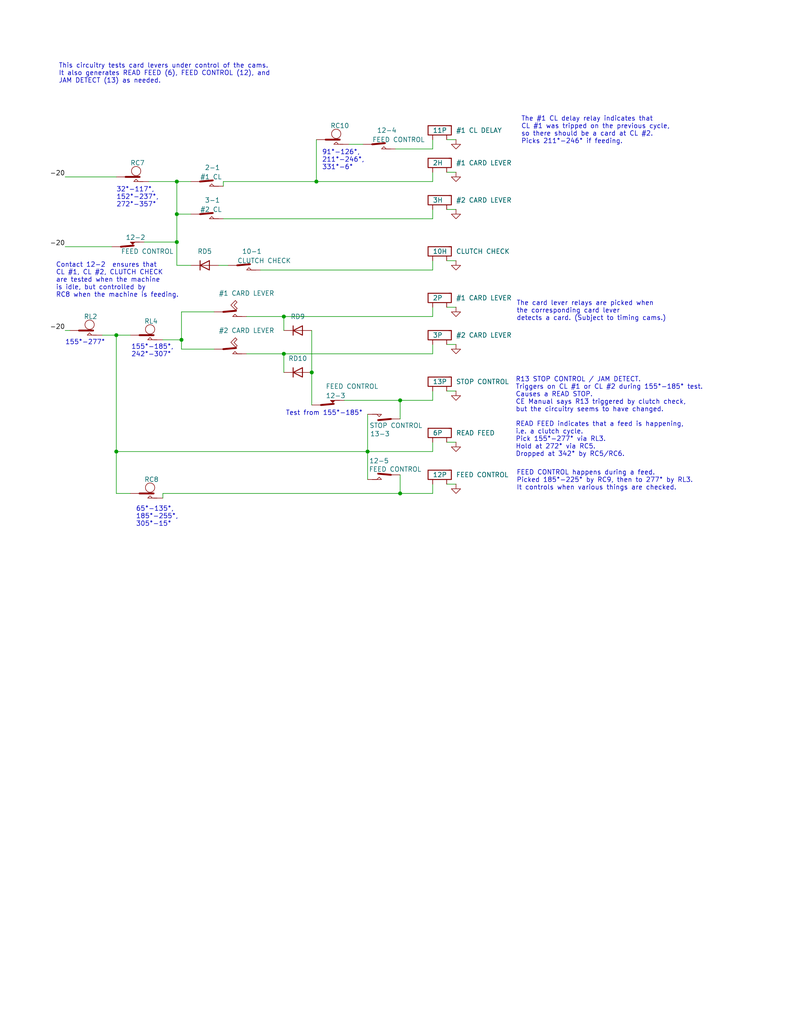
<source format=kicad_sch>
(kicad_sch (version 20231120) (generator "eeschema") (generator_version "8.0")
  (paper "USLetter" portrait)
  (title_block (title "IBM 1401 Card Levers, Feed, Stop") (date "2024-02-26") (rev "0.1") (comment 1 "Ken Shirriff"))
  (lib_symbols
    (symbol "Diode:1N4148W" (pin_numbers hide) (pin_names hide)
      (property "Reference" "D" (at 0 2.54 0))
      (property "Value" "1N4148W" (at 0 -2.54 0))
      (symbol "1N4148W_0_1"
        (polyline (pts (xy -1.27 1.27) (xy -1.27 -1.27)) (stroke (width 0.254)))
        (polyline (pts (xy 1.27 0) (xy -1.27 0)))
        (polyline (pts (xy 1.27 1.27) (xy 1.27 -1.27) (xy -1.27 0) (xy 1.27 1.27)) (stroke (width 0.254)))
      )
      (symbol "1N4148W_1_1"
        (pin passive line (at -3.81 0 0) (length 2.54) (name "K") (number "1"))
        (pin passive line (at 3.81 0 180) (length 2.54) (name "A") (number "2"))
      )
    )
    (symbol "ibm:GND" (power) (pin_names (offset 0))
      (symbol "GND_0_1"
        (polyline (pts (xy 0 0) (xy 0 -1.27) (xy 1.27 -1.27) (xy 0 -2.54) (xy -1.27 -1.27) (xy 0 -1.27)))
      )
      (symbol "GND_1_1"
        (pin passive line (at 0 0 0) (length 0) (name "") (number ""))
      )
    )
    (symbol "ibm:cam" (pin_numbers hide) (pin_names (offset 0) hide)
      (symbol "cam_0_0"
        (polyline (pts (xy 8.5632 -1.2675) (xy 6.0232 -1.2675) (xy 6.6582 -0.6325) (xy 7.2932 -1.2675)))
      )
      (symbol "cam_0_1"
        (polyline (pts (xy 3.81 0) (xy 7.62 0)) (stroke (width 0.508)))
        (circle (center 6.6753 1.5881) (radius 1.27))
      )
      (symbol "cam_1_1"
        (pin passive line (at 1.27 0 0) (length 2.54) (name "~") (number "1"))
        (pin passive line (at 10.16 -1.27 180) (length 2.54) (name "~") (number "3"))
      )
    )
    (symbol "ibm:card lever" (pin_numbers hide) (pin_names (offset 0) hide)
      (symbol "card lever_0_0"
        (polyline (pts (xy 8.89 -1.27) (xy 6.35 -1.27) (xy 6.985 -0.635) (xy 7.62 -1.27)))
      )
      (symbol "card lever_0_1"
        (polyline (pts (xy 3.81 0) (xy 7.2603 0.3121)) (stroke (width 0.508)))
        (polyline (pts (xy 7.1338 0.5789) (xy 5.8638 1.8489) (xy 7.095 3.1065) (xy 7.544 2.6423) (xy 6.7208 1.8081) (xy 7.6014 0.9274) (xy 7.1713 0.5564)))
      )
      (symbol "card lever_1_1"
        (pin passive line (at 1.27 0 0) (length 2.54) (name "~") (number "1"))
        (pin passive line (at 10.16 -1.27 180) (length 2.54) (name "~") (number "3"))
      )
    )
    (symbol "ibm:relay-NC" (pin_numbers hide) (pin_names (offset 0) hide)
      (symbol "relay-NC_0_0"
        (polyline (pts (xy 8.89 1.27) (xy 6.35 1.27) (xy 6.985 0.635) (xy 7.62 1.27)) (fill (type outline)))
      )
      (symbol "relay-NC_0_1"
        (polyline (pts (xy 3.81 0) (xy 7.2603 0.3121)) (stroke (width 0.508)))
      )
      (symbol "relay-NC_1_1"
        (pin passive line (at 1.27 0 0) (length 2.54) (name "~") (number "1"))
        (pin passive line (at 10.16 1.27 180) (length 2.54) (name "~") (number "2"))
      )
    )
    (symbol "ibm:relay-NO" (pin_numbers hide) (pin_names (offset 0) hide)
      (symbol "relay-NO_0_0"
        (polyline (pts (xy 8.89 -1.27) (xy 6.35 -1.27) (xy 6.985 -0.635) (xy 7.62 -1.27)))
      )
      (symbol "relay-NO_0_1"
        (polyline (pts (xy 3.81 0) (xy 7.2603 0.3121)) (stroke (width 0.508)))
      )
      (symbol "relay-NO_1_1"
        (pin passive line (at 1.27 0 0) (length 2.54) (name "~") (number "1"))
        (pin passive line (at 10.16 -1.27 180) (length 2.54) (name "~") (number "3"))
      )
    )
    (symbol "ibm:relay-coil" (pin_numbers hide) (pin_names (offset 0) hide)
      (property "Reference" "R" (at -2.54 5.08 0))
      (property "Value" "relay-coil" (at -2.54 2.54 0))
      (symbol "relay-coil_0_1"
        (rectangle (start -3.81 1.27) (end 2.54 -1.27) (stroke (width 0.254)))
        (polyline (pts (xy 1.905 1.27) (xy 2.54 1.27)) (stroke (width 0.254)))
      )
      (symbol "relay-coil_1_1"
        (pin passive line (at -2.54 -2.54 90) (length 1.27) (name "~") (number "1"))
        (pin passive line (at 1.27 -2.54 90) (length 1.27) (name "~") (number "2"))
      )
    )
  )
  (junction (at 77.47 86.36))
  (junction (at 109.22 109.22))
  (junction (at 100.33 123.19))
  (junction (at 31.75 91.44))
  (junction (at 85.09 101.6))
  (junction (at 109.22 134.62))
  (junction (at 86.36 49.53))
  (junction (at 48.26 58.42))
  (junction (at 77.47 96.52))
  (junction (at 31.75 123.19))
  (junction (at 48.26 49.53))
  (junction (at 49.53 92.71))
  (junction (at 48.26 66.04))
  (wire (pts (xy 67.31 86.36) (xy 77.47 86.36)))
  (wire (pts (xy 77.47 96.52) (xy 118.11 96.52)))
  (wire (pts (xy 107.95 40.64) (xy 118.11 40.64)))
  (wire (pts (xy 121.92 132.08) (xy 124.46 132.08)))
  (wire (pts (xy 121.92 83.82) (xy 124.46 83.82)))
  (wire (pts (xy 86.36 49.53) (xy 86.36 38.1)))
  (wire (pts (xy 118.11 38.1) (xy 118.11 40.64)))
  (wire (pts (xy 118.11 57.15) (xy 118.11 59.69)))
  (wire (pts (xy 121.92 46.99) (xy 124.46 46.99)))
  (wire (pts (xy 48.26 66.04) (xy 48.26 72.39)))
  (wire (pts (xy 93.98 109.22) (xy 109.22 109.22)))
  (wire (pts (xy 121.92 93.98) (xy 124.46 93.98)))
  (wire (pts (xy 109.22 114.3) (xy 109.22 109.22)))
  (wire (pts (xy 109.22 134.62) (xy 109.22 129.54)))
  (wire (pts (xy 109.22 109.22) (xy 118.11 109.22)))
  (wire (pts (xy 121.92 71.12) (xy 124.46 71.12)))
  (wire (pts (xy 100.33 123.19) (xy 118.11 123.19)))
  (wire (pts (xy 48.26 49.53) (xy 52.07 49.53)))
  (wire (pts (xy 17.78 48.26) (xy 31.75 48.26)))
  (wire (pts (xy 60.96 49.53) (xy 86.36 49.53)))
  (wire (pts (xy 100.33 130.81) (xy 100.33 123.19)))
  (wire (pts (xy 31.75 123.19) (xy 31.75 134.62)))
  (wire (pts (xy 118.11 46.99) (xy 118.11 49.53)))
  (wire (pts (xy 67.31 96.52) (xy 77.47 96.52)))
  (wire (pts (xy 31.75 91.44) (xy 31.75 123.19)))
  (wire (pts (xy 17.78 90.17) (xy 19.05 90.17)))
  (wire (pts (xy 95.25 39.37) (xy 99.06 39.37)))
  (wire (pts (xy 85.09 101.6) (xy 85.09 110.49)))
  (wire (pts (xy 48.26 58.42) (xy 48.26 49.53)))
  (wire (pts (xy 31.75 123.19) (xy 100.33 123.19)))
  (wire (pts (xy 77.47 86.36) (xy 77.47 90.17)))
  (wire (pts (xy 109.22 134.62) (xy 118.11 134.62)))
  (wire (pts (xy 71.12 73.66) (xy 118.11 73.66)))
  (wire (pts (xy 17.78 67.31) (xy 30.48 67.31)))
  (wire (pts (xy 85.09 90.17) (xy 85.09 101.6)))
  (wire (pts (xy 77.47 96.52) (xy 77.47 101.6)))
  (wire (pts (xy 118.11 93.98) (xy 118.11 96.52)))
  (wire (pts (xy 121.92 120.65) (xy 124.46 120.65)))
  (wire (pts (xy 59.69 72.39) (xy 62.23 72.39)))
  (wire (pts (xy 49.53 85.09) (xy 49.53 92.71)))
  (wire (pts (xy 121.92 38.1) (xy 124.46 38.1)))
  (wire (pts (xy 44.45 134.62) (xy 44.45 135.89)))
  (wire (pts (xy 27.94 91.44) (xy 31.75 91.44)))
  (wire (pts (xy 118.11 71.12) (xy 118.11 73.66)))
  (wire (pts (xy 77.47 86.36) (xy 118.11 86.36)))
  (wire (pts (xy 86.36 49.53) (xy 118.11 49.53)))
  (wire (pts (xy 118.11 83.82) (xy 118.11 86.36)))
  (wire (pts (xy 121.92 106.68) (xy 124.46 106.68)))
  (wire (pts (xy 31.75 134.62) (xy 35.56 134.62)))
  (wire (pts (xy 39.37 66.04) (xy 48.26 66.04)))
  (wire (pts (xy 118.11 120.65) (xy 118.11 123.19)))
  (wire (pts (xy 48.26 58.42) (xy 48.26 66.04)))
  (wire (pts (xy 121.92 57.15) (xy 124.46 57.15)))
  (wire (pts (xy 49.53 85.09) (xy 58.42 85.09)))
  (wire (pts (xy 49.53 92.71) (xy 49.53 95.25)))
  (wire (pts (xy 118.11 106.68) (xy 118.11 109.22)))
  (wire (pts (xy 52.07 58.42) (xy 48.26 58.42)))
  (wire (pts (xy 60.96 59.69) (xy 118.11 59.69)))
  (wire (pts (xy 118.11 132.08) (xy 118.11 134.62)))
  (wire (pts (xy 58.42 95.25) (xy 49.53 95.25)))
  (wire (pts (xy 31.75 91.44) (xy 35.56 91.44)))
  (wire (pts (xy 100.33 113.03) (xy 100.33 123.19)))
  (wire (pts (xy 44.45 92.71) (xy 49.53 92.71)))
  (wire (pts (xy 48.26 72.39) (xy 52.07 72.39)))
  (wire (pts (xy 44.45 134.62) (xy 109.22 134.62)))
  (wire (pts (xy 40.64 49.53) (xy 48.26 49.53)))
  (wire (pts (xy 60.96 49.53) (xy 60.96 50.8)))
  (text "91°-126°,\n211°-246°,\n331°-6°" (at 87.884 43.688 0) (effects (font (size 1.27 1.27)) (justify left)))
  (text "The #1 CL delay relay indicates that\nCL #1 was tripped on the previous cycle,\nso there should be a card at CL #2.\nPicks 211°-246° if feeding." (at 142.24 39.37 0) (effects (font (size 1.27 1.27)) (justify left bottom)))
  (text "FEED CONTROL happens during a feed.\nPicked 185°-225° by RC9, then to 277° by RL3.\nIt controls when various things are checked." (at 140.97 133.858 0) (effects (font (size 1.27 1.27)) (justify left bottom)))
  (text "65°-135°,\n185°-255°,\n305°-15°" (at 37.084 140.97 0) (effects (font (size 1.27 1.27)) (justify left)))
  (text "The card lever relays are picked when\nthe corresponding card lever\ndetects a card. (Subject to timing cams.)" (at 140.97 87.63 0) (effects (font (size 1.27 1.27)) (justify left bottom)))
  (text "155°-185°,\n242°-307°" (at 35.814 95.758 0) (effects (font (size 1.27 1.27)) (justify left)))
  (text "155°-277°" (at 17.78 93.472 0) (effects (font (size 1.27 1.27)) (justify left)))
  (text "Contact 12-2  ensures that\nCL #1, CL #2, CLUTCH CHECK\nare tested when the machine\nis idle, but controlled by\nRC8 when the machine is feeding.\n" (at 15.24 81.28 0) (effects (font (size 1.27 1.27)) (justify left bottom)))
  (text "Test from 155°-185°" (at 77.978 112.776 0) (effects (font (size 1.27 1.27)) (justify left)))
  (text "32°-117°,\n152°-237°,\n272°-357°" (at 31.75 53.848 0) (effects (font (size 1.27 1.27)) (justify left)))
  (text "R13 STOP CONTROL / JAM DETECT.\nTriggers on CL #1 or CL #2 during 155°-185° test.\nCauses a READ STOP.\nCE Manual says R13 triggered by clutch check,\nbut the circuitry seems to have changed." (at 140.716 112.522 0) (effects (font (size 1.27 1.27)) (justify left bottom)))
  (text "This circuitry tests card levers under control of the cams.\nIt also generates READ FEED (6), FEED CONTROL (12), and\nJAM DETECT (13) as needed." (at 16.002 20.066 0) (effects (font (size 1.27 1.27)) (justify left)))
  (text "READ FEED indicates that a feed is happening,\ni.e. a clutch cycle.\nPick 155°-277° via RL3.\nHold at 272° via RC5.\nDropped at 342° by RC5/RC6." (at 140.716 124.714 0) (effects (font (size 1.27 1.27)) (justify left bottom)))
  (label "-20" (at 17.78 67.31 180))
  (label "-20" (at 17.78 90.17 180))
  (label "-20" (at 17.78 48.26 180))
  (symbol (lib_id "ibm:GND") (at 124.46 71.12 0) (unit 1)
    (property "Reference" "#PWR016" (effects (hide yes)))
    (property "Value" "GND" (effects (hide yes)))
  )
  (symbol (lib_id "ibm:GND") (at 124.46 46.99 0) (unit 1)
    (property "Reference" "#PWR014" (effects (hide yes)))
    (property "Value" "GND" (effects (hide yes)))
  )
  (symbol (lib_id "ibm:relay-NC") (at 83.82 110.49 0) (unit 1)
    (property "Reference" "12-3" (at 88.9 107.95 0) (effects (justify left)))
    (property "Value" "FEED CONTROL" (at 88.9 105.41 0) (effects (justify left)))
  )
  (symbol (lib_id "Diode:1N4148W") (at 81.28 90.17 0) (unit 1)
    (property "Reference" "RD9" (at 81.28 86.36 0))
    (property "Value" "1N4148W" (effects (hide yes)))
    (property "Footprint" "Diode_SMD:D_SOD-123" (effects (hide yes)))
    (property "Datasheet" "https://www.vishay.com/docs/85748/1n4148w.pdf" (effects (hide yes)))
    (property "Sim.Device" "D" (effects (hide yes)))
    (property "Sim.Pins" "1=K 2=A" (effects (hide yes)))
  )
  (symbol (lib_id "ibm:relay-coil") (at 120.65 118.11 0) (unit 1)
    (property "Reference" "6P" (at 118.11 118.11 0) (effects (justify left)))
    (property "Value" "READ FEED" (at 124.46 118.11 0) (effects (justify left)))
  )
  (symbol (lib_id "ibm:GND") (at 124.46 120.65 0) (unit 1)
    (property "Reference" "#PWR09" (effects (hide yes)))
    (property "Value" "GND" (effects (hide yes)))
  )
  (symbol (lib_id "ibm:relay-NO") (at 97.79 39.37 0) (unit 1)
    (property "Reference" "12-4" (at 102.87 35.56 0) (effects (justify left)))
    (property "Value" "FEED CONTROL" (at 101.6 38.1 0) (effects (justify left)))
  )
  (symbol (lib_id "ibm:GND") (at 124.46 106.68 0) (unit 1)
    (property "Reference" "#PWR08" (effects (hide yes)))
    (property "Value" "GND" (effects (hide yes)))
  )
  (symbol (lib_id "ibm:relay-coil") (at 120.65 54.61 0) (unit 1)
    (property "Reference" "3H" (at 118.11 54.61 0) (effects (justify left)))
    (property "Value" "#2 CARD LEVER" (at 124.46 54.61 0) (effects (justify left)))
  )
  (symbol (lib_id "ibm:cam") (at 30.48 48.26 0) (unit 1)
    (property "Reference" "RC7" (at 35.56 44.45 0) (effects (justify left)))
  )
  (symbol (lib_id "ibm:GND") (at 124.46 57.15 0) (unit 1)
    (property "Reference" "#PWR015" (effects (hide yes)))
    (property "Value" "GND" (effects (hide yes)))
  )
  (symbol (lib_id "ibm:GND") (at 124.46 38.1 0) (unit 1)
    (property "Reference" "#PWR013" (effects (hide yes)))
    (property "Value" "GND" (effects (hide yes)))
  )
  (symbol (lib_id "ibm:relay-coil") (at 120.65 91.44 0) (unit 1)
    (property "Reference" "3P" (at 118.11 91.44 0) (effects (justify left)))
    (property "Value" "#2 CARD LEVER" (at 124.46 91.44 0) (effects (justify left)))
  )
  (symbol (lib_id "Diode:1N4148W") (at 55.88 72.39 0) (unit 1)
    (property "Reference" "RD5" (at 55.88 68.58 0))
    (property "Value" "1N4148W" (effects (hide yes)))
    (property "Footprint" "Diode_SMD:D_SOD-123" (effects (hide yes)))
    (property "Datasheet" "https://www.vishay.com/docs/85748/1n4148w.pdf" (effects (hide yes)))
    (property "Sim.Device" "D" (effects (hide yes)))
    (property "Sim.Pins" "1=K 2=A" (effects (hide yes)))
  )
  (symbol (lib_id "ibm:relay-NO") (at 50.8 49.53 0) (unit 1)
    (property "Reference" "2-1" (at 55.88 45.72 0) (effects (justify left)))
    (property "Value" "#1 CL" (at 54.61 48.26 0) (effects (justify left)))
  )
  (symbol (lib_id "ibm:GND") (at 124.46 83.82 0) (unit 1)
    (property "Reference" "#PWR06" (effects (hide yes)))
    (property "Value" "GND" (effects (hide yes)))
  )
  (symbol (lib_id "ibm:GND") (at 124.46 93.98 0) (unit 1)
    (property "Reference" "#PWR07" (effects (hide yes)))
    (property "Value" "GND" (effects (hide yes)))
  )
  (symbol (lib_id "ibm:relay-NC") (at 29.21 67.31 0) (unit 1)
    (property "Reference" "12-2" (at 34.29 64.77 0) (effects (justify left)))
    (property "Value" "FEED CONTROL" (at 33.02 68.58 0) (effects (justify left)))
  )
  (symbol (lib_id "ibm:relay-coil") (at 120.65 35.56 0) (unit 1)
    (property "Reference" "11P" (at 118.11 35.56 0) (effects (justify left)))
    (property "Value" "#1 CL DELAY" (at 124.46 35.56 0) (effects (justify left)))
  )
  (symbol (lib_id "ibm:cam") (at 17.78 90.17 0) (unit 1)
    (property "Reference" "RL2" (at 22.86 86.36 0) (effects (justify left)))
  )
  (symbol (lib_id "ibm:relay-NO") (at 50.8 58.42 0) (unit 1)
    (property "Reference" "3-1" (at 55.88 54.61 0) (effects (justify left)))
    (property "Value" "#2 CL" (at 54.61 57.15 0) (effects (justify left)))
  )
  (symbol (lib_id "ibm:relay-coil") (at 120.65 81.28 0) (unit 1)
    (property "Reference" "2P" (at 118.11 81.28 0) (effects (justify left)))
    (property "Value" "#1 CARD LEVER" (at 124.46 81.28 0) (effects (justify left)))
  )
  (symbol (lib_id "ibm:relay-coil") (at 120.65 129.54 0) (unit 1)
    (property "Reference" "12P" (at 118.11 129.54 0) (effects (justify left)))
    (property "Value" "FEED CONTROL" (at 124.46 129.54 0) (effects (justify left)))
  )
  (symbol (lib_id "ibm:relay-coil") (at 120.65 44.45 0) (unit 1)
    (property "Reference" "2H" (at 118.11 44.45 0) (effects (justify left)))
    (property "Value" "#1 CARD LEVER" (at 124.46 44.45 0) (effects (justify left)))
  )
  (symbol (lib_id "ibm:card lever") (at 57.15 85.09 0) (unit 1)
    (property "Reference" "R1" (effects (hide yes)))
    (property "Value" "#1 CARD LEVER" (at 59.69 80.01 0) (effects (justify left)))
  )
  (symbol (lib_id "ibm:card lever") (at 57.15 95.25 0) (unit 1)
    (property "Reference" "R2" (effects (hide yes)))
    (property "Value" "#2 CARD LEVER" (at 59.69 90.17 0) (effects (justify left)))
  )
  (symbol (lib_id "ibm:cam") (at 85.09 38.1 0) (unit 1)
    (property "Reference" "RC10" (at 90.17 34.29 0) (effects (justify left)))
  )
  (symbol (lib_id "ibm:relay-NO") (at 60.96 72.39 0) (unit 1)
    (property "Reference" "10-1" (at 66.04 68.58 0) (effects (justify left)))
    (property "Value" "CLUTCH CHECK" (at 64.77 71.12 0) (effects (justify left)))
  )
  (symbol (lib_id "ibm:relay-NO") (at 110.49 129.54 0) (mirror y) (unit 1)
    (property "Reference" "12-5" (at 106.172 125.73 0) (effects (justify left)))
    (property "Value" "FEED CONTROL" (at 115.062 128.016 0) (effects (justify left)))
  )
  (symbol (lib_id "ibm:relay-coil") (at 120.65 68.58 0) (unit 1)
    (property "Reference" "10H" (at 118.11 68.58 0) (effects (justify left)))
    (property "Value" "CLUTCH CHECK" (at 124.46 68.58 0) (effects (justify left)))
  )
  (symbol (lib_id "ibm:GND") (at 124.46 132.08 0) (unit 1)
    (property "Reference" "#PWR010" (effects (hide yes)))
    (property "Value" "GND" (effects (hide yes)))
  )
  (symbol (lib_id "ibm:cam") (at 34.29 91.44 0) (unit 1)
    (property "Reference" "RL4" (at 39.37 87.63 0) (effects (justify left)))
  )
  (symbol (lib_id "ibm:relay-NO") (at 110.49 114.3 180) (unit 1)
    (property "Reference" "13-3" (at 106.426 118.364 0) (effects (justify left)))
    (property "Value" "STOP CONTROL" (at 115.316 116.078 0) (effects (justify left)))
  )
  (symbol (lib_id "Diode:1N4148W") (at 81.28 101.6 0) (unit 1)
    (property "Reference" "RD10" (at 81.28 97.79 0))
    (property "Value" "1N4148W" (effects (hide yes)))
    (property "Footprint" "Diode_SMD:D_SOD-123" (effects (hide yes)))
    (property "Datasheet" "https://www.vishay.com/docs/85748/1n4148w.pdf" (effects (hide yes)))
    (property "Sim.Device" "D" (effects (hide yes)))
    (property "Sim.Pins" "1=K 2=A" (effects (hide yes)))
  )
  (symbol (lib_id "ibm:cam") (at 34.29 134.62 0) (unit 1)
    (property "Reference" "RC8" (at 39.37 130.81 0) (effects (justify left)))
  )
  (symbol (lib_id "ibm:relay-coil") (at 120.65 104.14 0) (unit 1)
    (property "Reference" "13P" (at 118.11 104.14 0) (effects (justify left)))
    (property "Value" "STOP CONTROL" (at 124.46 104.14 0) (effects (justify left)))
  )
)
</source>
